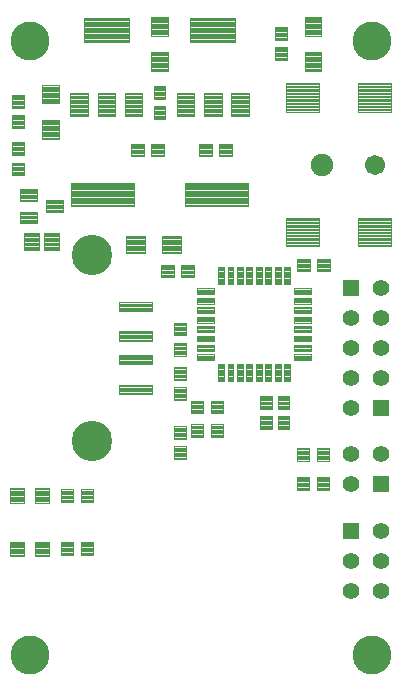
<source format=gts>
G75*
G70*
%OFA0B0*%
%FSLAX24Y24*%
%IPPOS*%
%LPD*%
%AMOC8*
5,1,8,0,0,1.08239X$1,22.5*
%
%ADD10C,0.0040*%
%ADD11C,0.0043*%
%ADD12C,0.1346*%
%ADD13C,0.0043*%
%ADD14C,0.0044*%
%ADD15C,0.0041*%
%ADD16C,0.0041*%
%ADD17C,0.0049*%
%ADD18C,0.0749*%
%ADD19C,0.0670*%
%ADD20C,0.0040*%
%ADD21C,0.0041*%
%ADD22R,0.0555X0.0555*%
%ADD23C,0.0555*%
%ADD24C,0.1300*%
D10*
X010072Y015664D02*
X010268Y015664D01*
X010268Y015094D01*
X010072Y015094D01*
X010072Y015664D01*
X010072Y015133D02*
X010268Y015133D01*
X010268Y015172D02*
X010072Y015172D01*
X010072Y015211D02*
X010268Y015211D01*
X010268Y015250D02*
X010072Y015250D01*
X010072Y015289D02*
X010268Y015289D01*
X010268Y015328D02*
X010072Y015328D01*
X010072Y015367D02*
X010268Y015367D01*
X010268Y015406D02*
X010072Y015406D01*
X010072Y015445D02*
X010268Y015445D01*
X010268Y015484D02*
X010072Y015484D01*
X010072Y015523D02*
X010268Y015523D01*
X010268Y015562D02*
X010072Y015562D01*
X010072Y015601D02*
X010268Y015601D01*
X010268Y015640D02*
X010072Y015640D01*
X009373Y015792D02*
X009373Y015988D01*
X009943Y015988D01*
X009943Y015792D01*
X009373Y015792D01*
X009373Y015831D02*
X009943Y015831D01*
X009943Y015870D02*
X009373Y015870D01*
X009373Y015909D02*
X009943Y015909D01*
X009943Y015948D02*
X009373Y015948D01*
X009373Y015987D02*
X009943Y015987D01*
X009373Y016107D02*
X009373Y016303D01*
X009943Y016303D01*
X009943Y016107D01*
X009373Y016107D01*
X009373Y016146D02*
X009943Y016146D01*
X009943Y016185D02*
X009373Y016185D01*
X009373Y016224D02*
X009943Y016224D01*
X009943Y016263D02*
X009373Y016263D01*
X009373Y016302D02*
X009943Y016302D01*
X009373Y016422D02*
X009373Y016618D01*
X009943Y016618D01*
X009943Y016422D01*
X009373Y016422D01*
X009373Y016461D02*
X009943Y016461D01*
X009943Y016500D02*
X009373Y016500D01*
X009373Y016539D02*
X009943Y016539D01*
X009943Y016578D02*
X009373Y016578D01*
X009373Y016617D02*
X009943Y016617D01*
X009373Y016737D02*
X009373Y016933D01*
X009943Y016933D01*
X009943Y016737D01*
X009373Y016737D01*
X009373Y016776D02*
X009943Y016776D01*
X009943Y016815D02*
X009373Y016815D01*
X009373Y016854D02*
X009943Y016854D01*
X009943Y016893D02*
X009373Y016893D01*
X009373Y016932D02*
X009943Y016932D01*
X009373Y017052D02*
X009373Y017248D01*
X009943Y017248D01*
X009943Y017052D01*
X009373Y017052D01*
X009373Y017091D02*
X009943Y017091D01*
X009943Y017130D02*
X009373Y017130D01*
X009373Y017169D02*
X009943Y017169D01*
X009943Y017208D02*
X009373Y017208D01*
X009373Y017247D02*
X009943Y017247D01*
X009373Y017367D02*
X009373Y017563D01*
X009943Y017563D01*
X009943Y017367D01*
X009373Y017367D01*
X009373Y017406D02*
X009943Y017406D01*
X009943Y017445D02*
X009373Y017445D01*
X009373Y017484D02*
X009943Y017484D01*
X009943Y017523D02*
X009373Y017523D01*
X009373Y017562D02*
X009943Y017562D01*
X009373Y017682D02*
X009373Y017878D01*
X009943Y017878D01*
X009943Y017682D01*
X009373Y017682D01*
X009373Y017721D02*
X009943Y017721D01*
X009943Y017760D02*
X009373Y017760D01*
X009373Y017799D02*
X009943Y017799D01*
X009943Y017838D02*
X009373Y017838D01*
X009373Y017877D02*
X009943Y017877D01*
X009373Y017997D02*
X009373Y018193D01*
X009943Y018193D01*
X009943Y017997D01*
X009373Y017997D01*
X009373Y018036D02*
X009943Y018036D01*
X009943Y018075D02*
X009373Y018075D01*
X009373Y018114D02*
X009943Y018114D01*
X009943Y018153D02*
X009373Y018153D01*
X009373Y018192D02*
X009943Y018192D01*
X010072Y018892D02*
X010268Y018892D01*
X010268Y018322D01*
X010072Y018322D01*
X010072Y018892D01*
X010072Y018361D02*
X010268Y018361D01*
X010268Y018400D02*
X010072Y018400D01*
X010072Y018439D02*
X010268Y018439D01*
X010268Y018478D02*
X010072Y018478D01*
X010072Y018517D02*
X010268Y018517D01*
X010268Y018556D02*
X010072Y018556D01*
X010072Y018595D02*
X010268Y018595D01*
X010268Y018634D02*
X010072Y018634D01*
X010072Y018673D02*
X010268Y018673D01*
X010268Y018712D02*
X010072Y018712D01*
X010072Y018751D02*
X010268Y018751D01*
X010268Y018790D02*
X010072Y018790D01*
X010072Y018829D02*
X010268Y018829D01*
X010268Y018868D02*
X010072Y018868D01*
X010387Y018892D02*
X010583Y018892D01*
X010583Y018322D01*
X010387Y018322D01*
X010387Y018892D01*
X010387Y018361D02*
X010583Y018361D01*
X010583Y018400D02*
X010387Y018400D01*
X010387Y018439D02*
X010583Y018439D01*
X010583Y018478D02*
X010387Y018478D01*
X010387Y018517D02*
X010583Y018517D01*
X010583Y018556D02*
X010387Y018556D01*
X010387Y018595D02*
X010583Y018595D01*
X010583Y018634D02*
X010387Y018634D01*
X010387Y018673D02*
X010583Y018673D01*
X010583Y018712D02*
X010387Y018712D01*
X010387Y018751D02*
X010583Y018751D01*
X010583Y018790D02*
X010387Y018790D01*
X010387Y018829D02*
X010583Y018829D01*
X010583Y018868D02*
X010387Y018868D01*
X010702Y018892D02*
X010898Y018892D01*
X010898Y018322D01*
X010702Y018322D01*
X010702Y018892D01*
X010702Y018361D02*
X010898Y018361D01*
X010898Y018400D02*
X010702Y018400D01*
X010702Y018439D02*
X010898Y018439D01*
X010898Y018478D02*
X010702Y018478D01*
X010702Y018517D02*
X010898Y018517D01*
X010898Y018556D02*
X010702Y018556D01*
X010702Y018595D02*
X010898Y018595D01*
X010898Y018634D02*
X010702Y018634D01*
X010702Y018673D02*
X010898Y018673D01*
X010898Y018712D02*
X010702Y018712D01*
X010702Y018751D02*
X010898Y018751D01*
X010898Y018790D02*
X010702Y018790D01*
X010702Y018829D02*
X010898Y018829D01*
X010898Y018868D02*
X010702Y018868D01*
X011017Y018892D02*
X011213Y018892D01*
X011213Y018322D01*
X011017Y018322D01*
X011017Y018892D01*
X011017Y018361D02*
X011213Y018361D01*
X011213Y018400D02*
X011017Y018400D01*
X011017Y018439D02*
X011213Y018439D01*
X011213Y018478D02*
X011017Y018478D01*
X011017Y018517D02*
X011213Y018517D01*
X011213Y018556D02*
X011017Y018556D01*
X011017Y018595D02*
X011213Y018595D01*
X011213Y018634D02*
X011017Y018634D01*
X011017Y018673D02*
X011213Y018673D01*
X011213Y018712D02*
X011017Y018712D01*
X011017Y018751D02*
X011213Y018751D01*
X011213Y018790D02*
X011017Y018790D01*
X011017Y018829D02*
X011213Y018829D01*
X011213Y018868D02*
X011017Y018868D01*
X011332Y018892D02*
X011528Y018892D01*
X011528Y018322D01*
X011332Y018322D01*
X011332Y018892D01*
X011332Y018361D02*
X011528Y018361D01*
X011528Y018400D02*
X011332Y018400D01*
X011332Y018439D02*
X011528Y018439D01*
X011528Y018478D02*
X011332Y018478D01*
X011332Y018517D02*
X011528Y018517D01*
X011528Y018556D02*
X011332Y018556D01*
X011332Y018595D02*
X011528Y018595D01*
X011528Y018634D02*
X011332Y018634D01*
X011332Y018673D02*
X011528Y018673D01*
X011528Y018712D02*
X011332Y018712D01*
X011332Y018751D02*
X011528Y018751D01*
X011528Y018790D02*
X011332Y018790D01*
X011332Y018829D02*
X011528Y018829D01*
X011528Y018868D02*
X011332Y018868D01*
X011647Y018892D02*
X011843Y018892D01*
X011843Y018322D01*
X011647Y018322D01*
X011647Y018892D01*
X011647Y018361D02*
X011843Y018361D01*
X011843Y018400D02*
X011647Y018400D01*
X011647Y018439D02*
X011843Y018439D01*
X011843Y018478D02*
X011647Y018478D01*
X011647Y018517D02*
X011843Y018517D01*
X011843Y018556D02*
X011647Y018556D01*
X011647Y018595D02*
X011843Y018595D01*
X011843Y018634D02*
X011647Y018634D01*
X011647Y018673D02*
X011843Y018673D01*
X011843Y018712D02*
X011647Y018712D01*
X011647Y018751D02*
X011843Y018751D01*
X011843Y018790D02*
X011647Y018790D01*
X011647Y018829D02*
X011843Y018829D01*
X011843Y018868D02*
X011647Y018868D01*
X011962Y018892D02*
X012158Y018892D01*
X012158Y018322D01*
X011962Y018322D01*
X011962Y018892D01*
X011962Y018361D02*
X012158Y018361D01*
X012158Y018400D02*
X011962Y018400D01*
X011962Y018439D02*
X012158Y018439D01*
X012158Y018478D02*
X011962Y018478D01*
X011962Y018517D02*
X012158Y018517D01*
X012158Y018556D02*
X011962Y018556D01*
X011962Y018595D02*
X012158Y018595D01*
X012158Y018634D02*
X011962Y018634D01*
X011962Y018673D02*
X012158Y018673D01*
X012158Y018712D02*
X011962Y018712D01*
X011962Y018751D02*
X012158Y018751D01*
X012158Y018790D02*
X011962Y018790D01*
X011962Y018829D02*
X012158Y018829D01*
X012158Y018868D02*
X011962Y018868D01*
X012277Y018892D02*
X012473Y018892D01*
X012473Y018322D01*
X012277Y018322D01*
X012277Y018892D01*
X012277Y018361D02*
X012473Y018361D01*
X012473Y018400D02*
X012277Y018400D01*
X012277Y018439D02*
X012473Y018439D01*
X012473Y018478D02*
X012277Y018478D01*
X012277Y018517D02*
X012473Y018517D01*
X012473Y018556D02*
X012277Y018556D01*
X012277Y018595D02*
X012473Y018595D01*
X012473Y018634D02*
X012277Y018634D01*
X012277Y018673D02*
X012473Y018673D01*
X012473Y018712D02*
X012277Y018712D01*
X012277Y018751D02*
X012473Y018751D01*
X012473Y018790D02*
X012277Y018790D01*
X012277Y018829D02*
X012473Y018829D01*
X012473Y018868D02*
X012277Y018868D01*
X012602Y018193D02*
X012602Y017997D01*
X012602Y018193D02*
X013172Y018193D01*
X013172Y017997D01*
X012602Y017997D01*
X012602Y018036D02*
X013172Y018036D01*
X013172Y018075D02*
X012602Y018075D01*
X012602Y018114D02*
X013172Y018114D01*
X013172Y018153D02*
X012602Y018153D01*
X012602Y018192D02*
X013172Y018192D01*
X012602Y017878D02*
X012602Y017682D01*
X012602Y017878D02*
X013172Y017878D01*
X013172Y017682D01*
X012602Y017682D01*
X012602Y017721D02*
X013172Y017721D01*
X013172Y017760D02*
X012602Y017760D01*
X012602Y017799D02*
X013172Y017799D01*
X013172Y017838D02*
X012602Y017838D01*
X012602Y017877D02*
X013172Y017877D01*
X012602Y017563D02*
X012602Y017367D01*
X012602Y017563D02*
X013172Y017563D01*
X013172Y017367D01*
X012602Y017367D01*
X012602Y017406D02*
X013172Y017406D01*
X013172Y017445D02*
X012602Y017445D01*
X012602Y017484D02*
X013172Y017484D01*
X013172Y017523D02*
X012602Y017523D01*
X012602Y017562D02*
X013172Y017562D01*
X012602Y017248D02*
X012602Y017052D01*
X012602Y017248D02*
X013172Y017248D01*
X013172Y017052D01*
X012602Y017052D01*
X012602Y017091D02*
X013172Y017091D01*
X013172Y017130D02*
X012602Y017130D01*
X012602Y017169D02*
X013172Y017169D01*
X013172Y017208D02*
X012602Y017208D01*
X012602Y017247D02*
X013172Y017247D01*
X012602Y016933D02*
X012602Y016737D01*
X012602Y016933D02*
X013172Y016933D01*
X013172Y016737D01*
X012602Y016737D01*
X012602Y016776D02*
X013172Y016776D01*
X013172Y016815D02*
X012602Y016815D01*
X012602Y016854D02*
X013172Y016854D01*
X013172Y016893D02*
X012602Y016893D01*
X012602Y016932D02*
X013172Y016932D01*
X012602Y016618D02*
X012602Y016422D01*
X012602Y016618D02*
X013172Y016618D01*
X013172Y016422D01*
X012602Y016422D01*
X012602Y016461D02*
X013172Y016461D01*
X013172Y016500D02*
X012602Y016500D01*
X012602Y016539D02*
X013172Y016539D01*
X013172Y016578D02*
X012602Y016578D01*
X012602Y016617D02*
X013172Y016617D01*
X012602Y016303D02*
X012602Y016107D01*
X012602Y016303D02*
X013172Y016303D01*
X013172Y016107D01*
X012602Y016107D01*
X012602Y016146D02*
X013172Y016146D01*
X013172Y016185D02*
X012602Y016185D01*
X012602Y016224D02*
X013172Y016224D01*
X013172Y016263D02*
X012602Y016263D01*
X012602Y016302D02*
X013172Y016302D01*
X012602Y015988D02*
X012602Y015792D01*
X012602Y015988D02*
X013172Y015988D01*
X013172Y015792D01*
X012602Y015792D01*
X012602Y015831D02*
X013172Y015831D01*
X013172Y015870D02*
X012602Y015870D01*
X012602Y015909D02*
X013172Y015909D01*
X013172Y015948D02*
X012602Y015948D01*
X012602Y015987D02*
X013172Y015987D01*
X012473Y015664D02*
X012277Y015664D01*
X012473Y015664D02*
X012473Y015094D01*
X012277Y015094D01*
X012277Y015664D01*
X012277Y015133D02*
X012473Y015133D01*
X012473Y015172D02*
X012277Y015172D01*
X012277Y015211D02*
X012473Y015211D01*
X012473Y015250D02*
X012277Y015250D01*
X012277Y015289D02*
X012473Y015289D01*
X012473Y015328D02*
X012277Y015328D01*
X012277Y015367D02*
X012473Y015367D01*
X012473Y015406D02*
X012277Y015406D01*
X012277Y015445D02*
X012473Y015445D01*
X012473Y015484D02*
X012277Y015484D01*
X012277Y015523D02*
X012473Y015523D01*
X012473Y015562D02*
X012277Y015562D01*
X012277Y015601D02*
X012473Y015601D01*
X012473Y015640D02*
X012277Y015640D01*
X012158Y015664D02*
X011962Y015664D01*
X012158Y015664D02*
X012158Y015094D01*
X011962Y015094D01*
X011962Y015664D01*
X011962Y015133D02*
X012158Y015133D01*
X012158Y015172D02*
X011962Y015172D01*
X011962Y015211D02*
X012158Y015211D01*
X012158Y015250D02*
X011962Y015250D01*
X011962Y015289D02*
X012158Y015289D01*
X012158Y015328D02*
X011962Y015328D01*
X011962Y015367D02*
X012158Y015367D01*
X012158Y015406D02*
X011962Y015406D01*
X011962Y015445D02*
X012158Y015445D01*
X012158Y015484D02*
X011962Y015484D01*
X011962Y015523D02*
X012158Y015523D01*
X012158Y015562D02*
X011962Y015562D01*
X011962Y015601D02*
X012158Y015601D01*
X012158Y015640D02*
X011962Y015640D01*
X011843Y015664D02*
X011647Y015664D01*
X011843Y015664D02*
X011843Y015094D01*
X011647Y015094D01*
X011647Y015664D01*
X011647Y015133D02*
X011843Y015133D01*
X011843Y015172D02*
X011647Y015172D01*
X011647Y015211D02*
X011843Y015211D01*
X011843Y015250D02*
X011647Y015250D01*
X011647Y015289D02*
X011843Y015289D01*
X011843Y015328D02*
X011647Y015328D01*
X011647Y015367D02*
X011843Y015367D01*
X011843Y015406D02*
X011647Y015406D01*
X011647Y015445D02*
X011843Y015445D01*
X011843Y015484D02*
X011647Y015484D01*
X011647Y015523D02*
X011843Y015523D01*
X011843Y015562D02*
X011647Y015562D01*
X011647Y015601D02*
X011843Y015601D01*
X011843Y015640D02*
X011647Y015640D01*
X011528Y015664D02*
X011332Y015664D01*
X011528Y015664D02*
X011528Y015094D01*
X011332Y015094D01*
X011332Y015664D01*
X011332Y015133D02*
X011528Y015133D01*
X011528Y015172D02*
X011332Y015172D01*
X011332Y015211D02*
X011528Y015211D01*
X011528Y015250D02*
X011332Y015250D01*
X011332Y015289D02*
X011528Y015289D01*
X011528Y015328D02*
X011332Y015328D01*
X011332Y015367D02*
X011528Y015367D01*
X011528Y015406D02*
X011332Y015406D01*
X011332Y015445D02*
X011528Y015445D01*
X011528Y015484D02*
X011332Y015484D01*
X011332Y015523D02*
X011528Y015523D01*
X011528Y015562D02*
X011332Y015562D01*
X011332Y015601D02*
X011528Y015601D01*
X011528Y015640D02*
X011332Y015640D01*
X011213Y015664D02*
X011017Y015664D01*
X011213Y015664D02*
X011213Y015094D01*
X011017Y015094D01*
X011017Y015664D01*
X011017Y015133D02*
X011213Y015133D01*
X011213Y015172D02*
X011017Y015172D01*
X011017Y015211D02*
X011213Y015211D01*
X011213Y015250D02*
X011017Y015250D01*
X011017Y015289D02*
X011213Y015289D01*
X011213Y015328D02*
X011017Y015328D01*
X011017Y015367D02*
X011213Y015367D01*
X011213Y015406D02*
X011017Y015406D01*
X011017Y015445D02*
X011213Y015445D01*
X011213Y015484D02*
X011017Y015484D01*
X011017Y015523D02*
X011213Y015523D01*
X011213Y015562D02*
X011017Y015562D01*
X011017Y015601D02*
X011213Y015601D01*
X011213Y015640D02*
X011017Y015640D01*
X010898Y015664D02*
X010702Y015664D01*
X010898Y015664D02*
X010898Y015094D01*
X010702Y015094D01*
X010702Y015664D01*
X010702Y015133D02*
X010898Y015133D01*
X010898Y015172D02*
X010702Y015172D01*
X010702Y015211D02*
X010898Y015211D01*
X010898Y015250D02*
X010702Y015250D01*
X010702Y015289D02*
X010898Y015289D01*
X010898Y015328D02*
X010702Y015328D01*
X010702Y015367D02*
X010898Y015367D01*
X010898Y015406D02*
X010702Y015406D01*
X010702Y015445D02*
X010898Y015445D01*
X010898Y015484D02*
X010702Y015484D01*
X010702Y015523D02*
X010898Y015523D01*
X010898Y015562D02*
X010702Y015562D01*
X010702Y015601D02*
X010898Y015601D01*
X010898Y015640D02*
X010702Y015640D01*
X010583Y015664D02*
X010387Y015664D01*
X010583Y015664D02*
X010583Y015094D01*
X010387Y015094D01*
X010387Y015664D01*
X010387Y015133D02*
X010583Y015133D01*
X010583Y015172D02*
X010387Y015172D01*
X010387Y015211D02*
X010583Y015211D01*
X010583Y015250D02*
X010387Y015250D01*
X010387Y015289D02*
X010583Y015289D01*
X010583Y015328D02*
X010387Y015328D01*
X010387Y015367D02*
X010583Y015367D01*
X010583Y015406D02*
X010387Y015406D01*
X010387Y015445D02*
X010583Y015445D01*
X010583Y015484D02*
X010387Y015484D01*
X010387Y015523D02*
X010583Y015523D01*
X010583Y015562D02*
X010387Y015562D01*
X010387Y015601D02*
X010583Y015601D01*
X010583Y015640D02*
X010387Y015640D01*
D11*
X006766Y015656D02*
X006766Y015968D01*
X007874Y015968D01*
X007874Y015656D01*
X006766Y015656D01*
X006766Y015698D02*
X007874Y015698D01*
X007874Y015740D02*
X006766Y015740D01*
X006766Y015782D02*
X007874Y015782D01*
X007874Y015824D02*
X006766Y015824D01*
X006766Y015866D02*
X007874Y015866D01*
X007874Y015908D02*
X006766Y015908D01*
X006766Y015950D02*
X007874Y015950D01*
X006766Y016443D02*
X006766Y016755D01*
X007874Y016755D01*
X007874Y016443D01*
X006766Y016443D01*
X006766Y016485D02*
X007874Y016485D01*
X007874Y016527D02*
X006766Y016527D01*
X006766Y016569D02*
X007874Y016569D01*
X007874Y016611D02*
X006766Y016611D01*
X006766Y016653D02*
X007874Y016653D01*
X007874Y016695D02*
X006766Y016695D01*
X006766Y016737D02*
X007874Y016737D01*
X006766Y017427D02*
X006766Y017739D01*
X007874Y017739D01*
X007874Y017427D01*
X006766Y017427D01*
X006766Y017469D02*
X007874Y017469D01*
X007874Y017511D02*
X006766Y017511D01*
X006766Y017553D02*
X007874Y017553D01*
X007874Y017595D02*
X006766Y017595D01*
X006766Y017637D02*
X007874Y017637D01*
X007874Y017679D02*
X006766Y017679D01*
X006766Y017721D02*
X007874Y017721D01*
X006766Y014983D02*
X006766Y014671D01*
X006766Y014983D02*
X007874Y014983D01*
X007874Y014671D01*
X006766Y014671D01*
X006766Y014713D02*
X007874Y014713D01*
X007874Y014755D02*
X006766Y014755D01*
X006766Y014797D02*
X007874Y014797D01*
X007874Y014839D02*
X006766Y014839D01*
X006766Y014881D02*
X007874Y014881D01*
X007874Y014923D02*
X006766Y014923D01*
X006766Y014965D02*
X007874Y014965D01*
D12*
X005859Y013115D03*
X005859Y019296D03*
D13*
X004345Y020734D02*
X004345Y021126D01*
X004893Y021126D01*
X004893Y020734D01*
X004345Y020734D01*
X004345Y020776D02*
X004893Y020776D01*
X004893Y020818D02*
X004345Y020818D01*
X004345Y020860D02*
X004893Y020860D01*
X004893Y020902D02*
X004345Y020902D01*
X004345Y020944D02*
X004893Y020944D01*
X004893Y020986D02*
X004345Y020986D01*
X004345Y021028D02*
X004893Y021028D01*
X004893Y021070D02*
X004345Y021070D01*
X004345Y021112D02*
X004893Y021112D01*
X003479Y021108D02*
X003479Y021500D01*
X004027Y021500D01*
X004027Y021108D01*
X003479Y021108D01*
X003479Y021150D02*
X004027Y021150D01*
X004027Y021192D02*
X003479Y021192D01*
X003479Y021234D02*
X004027Y021234D01*
X004027Y021276D02*
X003479Y021276D01*
X003479Y021318D02*
X004027Y021318D01*
X004027Y021360D02*
X003479Y021360D01*
X003479Y021402D02*
X004027Y021402D01*
X004027Y021444D02*
X003479Y021444D01*
X003479Y021486D02*
X004027Y021486D01*
X003202Y021955D02*
X003202Y022385D01*
X003594Y022385D01*
X003594Y021955D01*
X003202Y021955D01*
X003202Y021997D02*
X003594Y021997D01*
X003594Y022039D02*
X003202Y022039D01*
X003202Y022081D02*
X003594Y022081D01*
X003594Y022123D02*
X003202Y022123D01*
X003202Y022165D02*
X003594Y022165D01*
X003594Y022207D02*
X003202Y022207D01*
X003202Y022249D02*
X003594Y022249D01*
X003594Y022291D02*
X003202Y022291D01*
X003202Y022333D02*
X003594Y022333D01*
X003594Y022375D02*
X003202Y022375D01*
X003202Y022624D02*
X003202Y023054D01*
X003594Y023054D01*
X003594Y022624D01*
X003202Y022624D01*
X003202Y022666D02*
X003594Y022666D01*
X003594Y022708D02*
X003202Y022708D01*
X003202Y022750D02*
X003594Y022750D01*
X003594Y022792D02*
X003202Y022792D01*
X003202Y022834D02*
X003594Y022834D01*
X003594Y022876D02*
X003202Y022876D01*
X003202Y022918D02*
X003594Y022918D01*
X003594Y022960D02*
X003202Y022960D01*
X003202Y023002D02*
X003594Y023002D01*
X003594Y023044D02*
X003202Y023044D01*
X003594Y023530D02*
X003594Y023960D01*
X003594Y023530D02*
X003202Y023530D01*
X003202Y023960D01*
X003594Y023960D01*
X003594Y023572D02*
X003202Y023572D01*
X003202Y023614D02*
X003594Y023614D01*
X003594Y023656D02*
X003202Y023656D01*
X003202Y023698D02*
X003594Y023698D01*
X003594Y023740D02*
X003202Y023740D01*
X003202Y023782D02*
X003594Y023782D01*
X003594Y023824D02*
X003202Y023824D01*
X003202Y023866D02*
X003594Y023866D01*
X003594Y023908D02*
X003202Y023908D01*
X003202Y023950D02*
X003594Y023950D01*
X003594Y024199D02*
X003594Y024629D01*
X003594Y024199D02*
X003202Y024199D01*
X003202Y024629D01*
X003594Y024629D01*
X003594Y024241D02*
X003202Y024241D01*
X003202Y024283D02*
X003594Y024283D01*
X003594Y024325D02*
X003202Y024325D01*
X003202Y024367D02*
X003594Y024367D01*
X003594Y024409D02*
X003202Y024409D01*
X003202Y024451D02*
X003594Y024451D01*
X003594Y024493D02*
X003202Y024493D01*
X003202Y024535D02*
X003594Y024535D01*
X003594Y024577D02*
X003202Y024577D01*
X003202Y024619D02*
X003594Y024619D01*
X003479Y020752D02*
X003479Y020360D01*
X003479Y020752D02*
X004027Y020752D01*
X004027Y020360D01*
X003479Y020360D01*
X003479Y020402D02*
X004027Y020402D01*
X004027Y020444D02*
X003479Y020444D01*
X003479Y020486D02*
X004027Y020486D01*
X004027Y020528D02*
X003479Y020528D01*
X003479Y020570D02*
X004027Y020570D01*
X004027Y020612D02*
X003479Y020612D01*
X003479Y020654D02*
X004027Y020654D01*
X004027Y020696D02*
X003479Y020696D01*
X003479Y020738D02*
X004027Y020738D01*
X007179Y022604D02*
X007609Y022604D01*
X007179Y022604D02*
X007179Y022996D01*
X007609Y022996D01*
X007609Y022604D01*
X007609Y022646D02*
X007179Y022646D01*
X007179Y022688D02*
X007609Y022688D01*
X007609Y022730D02*
X007179Y022730D01*
X007179Y022772D02*
X007609Y022772D01*
X007609Y022814D02*
X007179Y022814D01*
X007179Y022856D02*
X007609Y022856D01*
X007609Y022898D02*
X007179Y022898D01*
X007179Y022940D02*
X007609Y022940D01*
X007609Y022982D02*
X007179Y022982D01*
X007849Y022604D02*
X008279Y022604D01*
X007849Y022604D02*
X007849Y022996D01*
X008279Y022996D01*
X008279Y022604D01*
X008279Y022646D02*
X007849Y022646D01*
X007849Y022688D02*
X008279Y022688D01*
X008279Y022730D02*
X007849Y022730D01*
X007849Y022772D02*
X008279Y022772D01*
X008279Y022814D02*
X007849Y022814D01*
X007849Y022856D02*
X008279Y022856D01*
X008279Y022898D02*
X007849Y022898D01*
X007849Y022940D02*
X008279Y022940D01*
X008279Y022982D02*
X007849Y022982D01*
X007927Y023825D02*
X007927Y024255D01*
X008319Y024255D01*
X008319Y023825D01*
X007927Y023825D01*
X007927Y023867D02*
X008319Y023867D01*
X008319Y023909D02*
X007927Y023909D01*
X007927Y023951D02*
X008319Y023951D01*
X008319Y023993D02*
X007927Y023993D01*
X007927Y024035D02*
X008319Y024035D01*
X008319Y024077D02*
X007927Y024077D01*
X007927Y024119D02*
X008319Y024119D01*
X008319Y024161D02*
X007927Y024161D01*
X007927Y024203D02*
X008319Y024203D01*
X008319Y024245D02*
X007927Y024245D01*
X007927Y024494D02*
X007927Y024924D01*
X008319Y024924D01*
X008319Y024494D01*
X007927Y024494D01*
X007927Y024536D02*
X008319Y024536D01*
X008319Y024578D02*
X007927Y024578D01*
X007927Y024620D02*
X008319Y024620D01*
X008319Y024662D02*
X007927Y024662D01*
X007927Y024704D02*
X008319Y024704D01*
X008319Y024746D02*
X007927Y024746D01*
X007927Y024788D02*
X008319Y024788D01*
X008319Y024830D02*
X007927Y024830D01*
X007927Y024872D02*
X008319Y024872D01*
X008319Y024914D02*
X007927Y024914D01*
X009443Y022996D02*
X009873Y022996D01*
X009873Y022604D01*
X009443Y022604D01*
X009443Y022996D01*
X009443Y022646D02*
X009873Y022646D01*
X009873Y022688D02*
X009443Y022688D01*
X009443Y022730D02*
X009873Y022730D01*
X009873Y022772D02*
X009443Y022772D01*
X009443Y022814D02*
X009873Y022814D01*
X009873Y022856D02*
X009443Y022856D01*
X009443Y022898D02*
X009873Y022898D01*
X009873Y022940D02*
X009443Y022940D01*
X009443Y022982D02*
X009873Y022982D01*
X010113Y022996D02*
X010543Y022996D01*
X010543Y022604D01*
X010113Y022604D01*
X010113Y022996D01*
X010113Y022646D02*
X010543Y022646D01*
X010543Y022688D02*
X010113Y022688D01*
X010113Y022730D02*
X010543Y022730D01*
X010543Y022772D02*
X010113Y022772D01*
X010113Y022814D02*
X010543Y022814D01*
X010543Y022856D02*
X010113Y022856D01*
X010113Y022898D02*
X010543Y022898D01*
X010543Y022940D02*
X010113Y022940D01*
X010113Y022982D02*
X010543Y022982D01*
X012354Y025794D02*
X012354Y026224D01*
X012354Y025794D02*
X011962Y025794D01*
X011962Y026224D01*
X012354Y026224D01*
X012354Y025836D02*
X011962Y025836D01*
X011962Y025878D02*
X012354Y025878D01*
X012354Y025920D02*
X011962Y025920D01*
X011962Y025962D02*
X012354Y025962D01*
X012354Y026004D02*
X011962Y026004D01*
X011962Y026046D02*
X012354Y026046D01*
X012354Y026088D02*
X011962Y026088D01*
X011962Y026130D02*
X012354Y026130D01*
X012354Y026172D02*
X011962Y026172D01*
X011962Y026214D02*
X012354Y026214D01*
X012354Y026463D02*
X012354Y026893D01*
X012354Y026463D02*
X011962Y026463D01*
X011962Y026893D01*
X012354Y026893D01*
X012354Y026505D02*
X011962Y026505D01*
X011962Y026547D02*
X012354Y026547D01*
X012354Y026589D02*
X011962Y026589D01*
X011962Y026631D02*
X012354Y026631D01*
X012354Y026673D02*
X011962Y026673D01*
X011962Y026715D02*
X012354Y026715D01*
X012354Y026757D02*
X011962Y026757D01*
X011962Y026799D02*
X012354Y026799D01*
X012354Y026841D02*
X011962Y026841D01*
X011962Y026883D02*
X012354Y026883D01*
X012691Y018765D02*
X013121Y018765D01*
X012691Y018765D02*
X012691Y019157D01*
X013121Y019157D01*
X013121Y018765D01*
X013121Y018807D02*
X012691Y018807D01*
X012691Y018849D02*
X013121Y018849D01*
X013121Y018891D02*
X012691Y018891D01*
X012691Y018933D02*
X013121Y018933D01*
X013121Y018975D02*
X012691Y018975D01*
X012691Y019017D02*
X013121Y019017D01*
X013121Y019059D02*
X012691Y019059D01*
X012691Y019101D02*
X013121Y019101D01*
X013121Y019143D02*
X012691Y019143D01*
X013361Y018765D02*
X013791Y018765D01*
X013361Y018765D02*
X013361Y019157D01*
X013791Y019157D01*
X013791Y018765D01*
X013791Y018807D02*
X013361Y018807D01*
X013361Y018849D02*
X013791Y018849D01*
X013791Y018891D02*
X013361Y018891D01*
X013361Y018933D02*
X013791Y018933D01*
X013791Y018975D02*
X013361Y018975D01*
X013361Y019017D02*
X013791Y019017D01*
X013791Y019059D02*
X013361Y019059D01*
X013361Y019101D02*
X013791Y019101D01*
X013791Y019143D02*
X013361Y019143D01*
X012061Y014590D02*
X012061Y014160D01*
X012061Y014590D02*
X012453Y014590D01*
X012453Y014160D01*
X012061Y014160D01*
X012061Y014202D02*
X012453Y014202D01*
X012453Y014244D02*
X012061Y014244D01*
X012061Y014286D02*
X012453Y014286D01*
X012453Y014328D02*
X012061Y014328D01*
X012061Y014370D02*
X012453Y014370D01*
X012453Y014412D02*
X012061Y014412D01*
X012061Y014454D02*
X012453Y014454D01*
X012453Y014496D02*
X012061Y014496D01*
X012061Y014538D02*
X012453Y014538D01*
X012453Y014580D02*
X012061Y014580D01*
X011470Y014590D02*
X011470Y014160D01*
X011470Y014590D02*
X011862Y014590D01*
X011862Y014160D01*
X011470Y014160D01*
X011470Y014202D02*
X011862Y014202D01*
X011862Y014244D02*
X011470Y014244D01*
X011470Y014286D02*
X011862Y014286D01*
X011862Y014328D02*
X011470Y014328D01*
X011470Y014370D02*
X011862Y014370D01*
X011862Y014412D02*
X011470Y014412D01*
X011470Y014454D02*
X011862Y014454D01*
X011862Y014496D02*
X011470Y014496D01*
X011470Y014538D02*
X011862Y014538D01*
X011862Y014580D02*
X011470Y014580D01*
X011470Y013920D02*
X011470Y013490D01*
X011470Y013920D02*
X011862Y013920D01*
X011862Y013490D01*
X011470Y013490D01*
X011470Y013532D02*
X011862Y013532D01*
X011862Y013574D02*
X011470Y013574D01*
X011470Y013616D02*
X011862Y013616D01*
X011862Y013658D02*
X011470Y013658D01*
X011470Y013700D02*
X011862Y013700D01*
X011862Y013742D02*
X011470Y013742D01*
X011470Y013784D02*
X011862Y013784D01*
X011862Y013826D02*
X011470Y013826D01*
X011470Y013868D02*
X011862Y013868D01*
X011862Y013910D02*
X011470Y013910D01*
X012061Y013920D02*
X012061Y013490D01*
X012061Y013920D02*
X012453Y013920D01*
X012453Y013490D01*
X012061Y013490D01*
X012061Y013532D02*
X012453Y013532D01*
X012453Y013574D02*
X012061Y013574D01*
X012061Y013616D02*
X012453Y013616D01*
X012453Y013658D02*
X012061Y013658D01*
X012061Y013700D02*
X012453Y013700D01*
X012453Y013742D02*
X012061Y013742D01*
X012061Y013784D02*
X012453Y013784D01*
X012453Y013826D02*
X012061Y013826D01*
X012061Y013868D02*
X012453Y013868D01*
X012453Y013910D02*
X012061Y013910D01*
X012710Y012447D02*
X013102Y012447D01*
X012710Y012447D02*
X012710Y012877D01*
X013102Y012877D01*
X013102Y012447D01*
X013102Y012489D02*
X012710Y012489D01*
X012710Y012531D02*
X013102Y012531D01*
X013102Y012573D02*
X012710Y012573D01*
X012710Y012615D02*
X013102Y012615D01*
X013102Y012657D02*
X012710Y012657D01*
X012710Y012699D02*
X013102Y012699D01*
X013102Y012741D02*
X012710Y012741D01*
X012710Y012783D02*
X013102Y012783D01*
X013102Y012825D02*
X012710Y012825D01*
X012710Y012867D02*
X013102Y012867D01*
X013380Y012447D02*
X013772Y012447D01*
X013380Y012447D02*
X013380Y012877D01*
X013772Y012877D01*
X013772Y012447D01*
X013772Y012489D02*
X013380Y012489D01*
X013380Y012531D02*
X013772Y012531D01*
X013772Y012573D02*
X013380Y012573D01*
X013380Y012615D02*
X013772Y012615D01*
X013772Y012657D02*
X013380Y012657D01*
X013380Y012699D02*
X013772Y012699D01*
X013772Y012741D02*
X013380Y012741D01*
X013380Y012783D02*
X013772Y012783D01*
X013772Y012825D02*
X013380Y012825D01*
X013380Y012867D02*
X013772Y012867D01*
X013772Y011463D02*
X013380Y011463D01*
X013380Y011893D01*
X013772Y011893D01*
X013772Y011463D01*
X013772Y011505D02*
X013380Y011505D01*
X013380Y011547D02*
X013772Y011547D01*
X013772Y011589D02*
X013380Y011589D01*
X013380Y011631D02*
X013772Y011631D01*
X013772Y011673D02*
X013380Y011673D01*
X013380Y011715D02*
X013772Y011715D01*
X013772Y011757D02*
X013380Y011757D01*
X013380Y011799D02*
X013772Y011799D01*
X013772Y011841D02*
X013380Y011841D01*
X013380Y011883D02*
X013772Y011883D01*
X013102Y011463D02*
X012710Y011463D01*
X012710Y011893D01*
X013102Y011893D01*
X013102Y011463D01*
X013102Y011505D02*
X012710Y011505D01*
X012710Y011547D02*
X013102Y011547D01*
X013102Y011589D02*
X012710Y011589D01*
X012710Y011631D02*
X013102Y011631D01*
X013102Y011673D02*
X012710Y011673D01*
X012710Y011715D02*
X013102Y011715D01*
X013102Y011757D02*
X012710Y011757D01*
X012710Y011799D02*
X013102Y011799D01*
X013102Y011841D02*
X012710Y011841D01*
X012710Y011883D02*
X013102Y011883D01*
X010228Y013664D02*
X009836Y013664D01*
X010228Y013664D02*
X010228Y013234D01*
X009836Y013234D01*
X009836Y013664D01*
X009836Y013276D02*
X010228Y013276D01*
X010228Y013318D02*
X009836Y013318D01*
X009836Y013360D02*
X010228Y013360D01*
X010228Y013402D02*
X009836Y013402D01*
X009836Y013444D02*
X010228Y013444D01*
X010228Y013486D02*
X009836Y013486D01*
X009836Y013528D02*
X010228Y013528D01*
X010228Y013570D02*
X009836Y013570D01*
X009836Y013612D02*
X010228Y013612D01*
X010228Y013654D02*
X009836Y013654D01*
X009836Y014452D02*
X010228Y014452D01*
X010228Y014022D01*
X009836Y014022D01*
X009836Y014452D01*
X009836Y014064D02*
X010228Y014064D01*
X010228Y014106D02*
X009836Y014106D01*
X009836Y014148D02*
X010228Y014148D01*
X010228Y014190D02*
X009836Y014190D01*
X009836Y014232D02*
X010228Y014232D01*
X010228Y014274D02*
X009836Y014274D01*
X009836Y014316D02*
X010228Y014316D01*
X010228Y014358D02*
X009836Y014358D01*
X009836Y014400D02*
X010228Y014400D01*
X010228Y014442D02*
X009836Y014442D01*
X009559Y014452D02*
X009167Y014452D01*
X009559Y014452D02*
X009559Y014022D01*
X009167Y014022D01*
X009167Y014452D01*
X009167Y014064D02*
X009559Y014064D01*
X009559Y014106D02*
X009167Y014106D01*
X009167Y014148D02*
X009559Y014148D01*
X009559Y014190D02*
X009167Y014190D01*
X009167Y014232D02*
X009559Y014232D01*
X009559Y014274D02*
X009167Y014274D01*
X009167Y014316D02*
X009559Y014316D01*
X009559Y014358D02*
X009167Y014358D01*
X009167Y014400D02*
X009559Y014400D01*
X009559Y014442D02*
X009167Y014442D01*
X009008Y014475D02*
X009008Y014905D01*
X009008Y014475D02*
X008616Y014475D01*
X008616Y014905D01*
X009008Y014905D01*
X009008Y014517D02*
X008616Y014517D01*
X008616Y014559D02*
X009008Y014559D01*
X009008Y014601D02*
X008616Y014601D01*
X008616Y014643D02*
X009008Y014643D01*
X009008Y014685D02*
X008616Y014685D01*
X008616Y014727D02*
X009008Y014727D01*
X009008Y014769D02*
X008616Y014769D01*
X008616Y014811D02*
X009008Y014811D01*
X009008Y014853D02*
X008616Y014853D01*
X008616Y014895D02*
X009008Y014895D01*
X009008Y015144D02*
X009008Y015574D01*
X009008Y015144D02*
X008616Y015144D01*
X008616Y015574D01*
X009008Y015574D01*
X009008Y015186D02*
X008616Y015186D01*
X008616Y015228D02*
X009008Y015228D01*
X009008Y015270D02*
X008616Y015270D01*
X008616Y015312D02*
X009008Y015312D01*
X009008Y015354D02*
X008616Y015354D01*
X008616Y015396D02*
X009008Y015396D01*
X009008Y015438D02*
X008616Y015438D01*
X008616Y015480D02*
X009008Y015480D01*
X009008Y015522D02*
X008616Y015522D01*
X008616Y015564D02*
X009008Y015564D01*
X008616Y015951D02*
X008616Y016381D01*
X009008Y016381D01*
X009008Y015951D01*
X008616Y015951D01*
X008616Y015993D02*
X009008Y015993D01*
X009008Y016035D02*
X008616Y016035D01*
X008616Y016077D02*
X009008Y016077D01*
X009008Y016119D02*
X008616Y016119D01*
X008616Y016161D02*
X009008Y016161D01*
X009008Y016203D02*
X008616Y016203D01*
X008616Y016245D02*
X009008Y016245D01*
X009008Y016287D02*
X008616Y016287D01*
X008616Y016329D02*
X009008Y016329D01*
X009008Y016371D02*
X008616Y016371D01*
X008616Y016620D02*
X008616Y017050D01*
X009008Y017050D01*
X009008Y016620D01*
X008616Y016620D01*
X008616Y016662D02*
X009008Y016662D01*
X009008Y016704D02*
X008616Y016704D01*
X008616Y016746D02*
X009008Y016746D01*
X009008Y016788D02*
X008616Y016788D01*
X008616Y016830D02*
X009008Y016830D01*
X009008Y016872D02*
X008616Y016872D01*
X008616Y016914D02*
X009008Y016914D01*
X009008Y016956D02*
X008616Y016956D01*
X008616Y016998D02*
X009008Y016998D01*
X009008Y017040D02*
X008616Y017040D01*
X008594Y018960D02*
X008164Y018960D01*
X008594Y018960D02*
X008594Y018568D01*
X008164Y018568D01*
X008164Y018960D01*
X008164Y018610D02*
X008594Y018610D01*
X008594Y018652D02*
X008164Y018652D01*
X008164Y018694D02*
X008594Y018694D01*
X008594Y018736D02*
X008164Y018736D01*
X008164Y018778D02*
X008594Y018778D01*
X008594Y018820D02*
X008164Y018820D01*
X008164Y018862D02*
X008594Y018862D01*
X008594Y018904D02*
X008164Y018904D01*
X008164Y018946D02*
X008594Y018946D01*
X008833Y018960D02*
X009263Y018960D01*
X009263Y018568D01*
X008833Y018568D01*
X008833Y018960D01*
X008833Y018610D02*
X009263Y018610D01*
X009263Y018652D02*
X008833Y018652D01*
X008833Y018694D02*
X009263Y018694D01*
X009263Y018736D02*
X008833Y018736D01*
X008833Y018778D02*
X009263Y018778D01*
X009263Y018820D02*
X008833Y018820D01*
X008833Y018862D02*
X009263Y018862D01*
X009263Y018904D02*
X008833Y018904D01*
X008833Y018946D02*
X009263Y018946D01*
X009167Y013664D02*
X009559Y013664D01*
X009559Y013234D01*
X009167Y013234D01*
X009167Y013664D01*
X009167Y013276D02*
X009559Y013276D01*
X009559Y013318D02*
X009167Y013318D01*
X009167Y013360D02*
X009559Y013360D01*
X009559Y013402D02*
X009167Y013402D01*
X009167Y013444D02*
X009559Y013444D01*
X009559Y013486D02*
X009167Y013486D01*
X009167Y013528D02*
X009559Y013528D01*
X009559Y013570D02*
X009167Y013570D01*
X009167Y013612D02*
X009559Y013612D01*
X009559Y013654D02*
X009167Y013654D01*
X008616Y013605D02*
X008616Y013175D01*
X008616Y013605D02*
X009008Y013605D01*
X009008Y013175D01*
X008616Y013175D01*
X008616Y013217D02*
X009008Y013217D01*
X009008Y013259D02*
X008616Y013259D01*
X008616Y013301D02*
X009008Y013301D01*
X009008Y013343D02*
X008616Y013343D01*
X008616Y013385D02*
X009008Y013385D01*
X009008Y013427D02*
X008616Y013427D01*
X008616Y013469D02*
X009008Y013469D01*
X009008Y013511D02*
X008616Y013511D01*
X008616Y013553D02*
X009008Y013553D01*
X009008Y013595D02*
X008616Y013595D01*
X008616Y012936D02*
X008616Y012506D01*
X008616Y012936D02*
X009008Y012936D01*
X009008Y012506D01*
X008616Y012506D01*
X008616Y012548D02*
X009008Y012548D01*
X009008Y012590D02*
X008616Y012590D01*
X008616Y012632D02*
X009008Y012632D01*
X009008Y012674D02*
X008616Y012674D01*
X008616Y012716D02*
X009008Y012716D01*
X009008Y012758D02*
X008616Y012758D01*
X008616Y012800D02*
X009008Y012800D01*
X009008Y012842D02*
X008616Y012842D01*
X008616Y012884D02*
X009008Y012884D01*
X009008Y012926D02*
X008616Y012926D01*
X005898Y011069D02*
X005506Y011069D01*
X005506Y011499D01*
X005898Y011499D01*
X005898Y011069D01*
X005898Y011111D02*
X005506Y011111D01*
X005506Y011153D02*
X005898Y011153D01*
X005898Y011195D02*
X005506Y011195D01*
X005506Y011237D02*
X005898Y011237D01*
X005898Y011279D02*
X005506Y011279D01*
X005506Y011321D02*
X005898Y011321D01*
X005898Y011363D02*
X005506Y011363D01*
X005506Y011405D02*
X005898Y011405D01*
X005898Y011447D02*
X005506Y011447D01*
X005506Y011489D02*
X005898Y011489D01*
X005228Y011069D02*
X004836Y011069D01*
X004836Y011499D01*
X005228Y011499D01*
X005228Y011069D01*
X005228Y011111D02*
X004836Y011111D01*
X004836Y011153D02*
X005228Y011153D01*
X005228Y011195D02*
X004836Y011195D01*
X004836Y011237D02*
X005228Y011237D01*
X005228Y011279D02*
X004836Y011279D01*
X004836Y011321D02*
X005228Y011321D01*
X005228Y011363D02*
X004836Y011363D01*
X004836Y011405D02*
X005228Y011405D01*
X005228Y011447D02*
X004836Y011447D01*
X004836Y011489D02*
X005228Y011489D01*
X005228Y009297D02*
X004836Y009297D01*
X004836Y009727D01*
X005228Y009727D01*
X005228Y009297D01*
X005228Y009339D02*
X004836Y009339D01*
X004836Y009381D02*
X005228Y009381D01*
X005228Y009423D02*
X004836Y009423D01*
X004836Y009465D02*
X005228Y009465D01*
X005228Y009507D02*
X004836Y009507D01*
X004836Y009549D02*
X005228Y009549D01*
X005228Y009591D02*
X004836Y009591D01*
X004836Y009633D02*
X005228Y009633D01*
X005228Y009675D02*
X004836Y009675D01*
X004836Y009717D02*
X005228Y009717D01*
X005506Y009297D02*
X005898Y009297D01*
X005506Y009297D02*
X005506Y009727D01*
X005898Y009727D01*
X005898Y009297D01*
X005898Y009339D02*
X005506Y009339D01*
X005506Y009381D02*
X005898Y009381D01*
X005898Y009423D02*
X005506Y009423D01*
X005506Y009465D02*
X005898Y009465D01*
X005898Y009507D02*
X005506Y009507D01*
X005506Y009549D02*
X005898Y009549D01*
X005898Y009591D02*
X005506Y009591D01*
X005506Y009633D02*
X005898Y009633D01*
X005898Y009675D02*
X005506Y009675D01*
X005506Y009717D02*
X005898Y009717D01*
D14*
X004774Y019456D02*
X004266Y019456D01*
X004266Y020042D01*
X004774Y020042D01*
X004774Y019456D01*
X004774Y019499D02*
X004266Y019499D01*
X004266Y019542D02*
X004774Y019542D01*
X004774Y019585D02*
X004266Y019585D01*
X004266Y019628D02*
X004774Y019628D01*
X004774Y019671D02*
X004266Y019671D01*
X004266Y019714D02*
X004774Y019714D01*
X004774Y019757D02*
X004266Y019757D01*
X004266Y019800D02*
X004774Y019800D01*
X004774Y019843D02*
X004266Y019843D01*
X004266Y019886D02*
X004774Y019886D01*
X004774Y019929D02*
X004266Y019929D01*
X004266Y019972D02*
X004774Y019972D01*
X004774Y020015D02*
X004266Y020015D01*
X004105Y019456D02*
X003597Y019456D01*
X003597Y020042D01*
X004105Y020042D01*
X004105Y019456D01*
X004105Y019499D02*
X003597Y019499D01*
X003597Y019542D02*
X004105Y019542D01*
X004105Y019585D02*
X003597Y019585D01*
X003597Y019628D02*
X004105Y019628D01*
X004105Y019671D02*
X003597Y019671D01*
X003597Y019714D02*
X004105Y019714D01*
X004105Y019757D02*
X003597Y019757D01*
X003597Y019800D02*
X004105Y019800D01*
X004105Y019843D02*
X003597Y019843D01*
X003597Y019886D02*
X004105Y019886D01*
X004105Y019929D02*
X003597Y019929D01*
X003597Y019972D02*
X004105Y019972D01*
X004105Y020015D02*
X003597Y020015D01*
X005153Y023925D02*
X005739Y023925D01*
X005153Y023925D02*
X005153Y024707D01*
X005739Y024707D01*
X005739Y023925D01*
X005739Y023968D02*
X005153Y023968D01*
X005153Y024011D02*
X005739Y024011D01*
X005739Y024054D02*
X005153Y024054D01*
X005153Y024097D02*
X005739Y024097D01*
X005739Y024140D02*
X005153Y024140D01*
X005153Y024183D02*
X005739Y024183D01*
X005739Y024226D02*
X005153Y024226D01*
X005153Y024269D02*
X005739Y024269D01*
X005739Y024312D02*
X005153Y024312D01*
X005153Y024355D02*
X005739Y024355D01*
X005739Y024398D02*
X005153Y024398D01*
X005153Y024441D02*
X005739Y024441D01*
X005739Y024484D02*
X005153Y024484D01*
X005153Y024527D02*
X005739Y024527D01*
X005739Y024570D02*
X005153Y024570D01*
X005153Y024613D02*
X005739Y024613D01*
X005739Y024656D02*
X005153Y024656D01*
X005153Y024699D02*
X005739Y024699D01*
X006058Y023925D02*
X006644Y023925D01*
X006058Y023925D02*
X006058Y024707D01*
X006644Y024707D01*
X006644Y023925D01*
X006644Y023968D02*
X006058Y023968D01*
X006058Y024011D02*
X006644Y024011D01*
X006644Y024054D02*
X006058Y024054D01*
X006058Y024097D02*
X006644Y024097D01*
X006644Y024140D02*
X006058Y024140D01*
X006058Y024183D02*
X006644Y024183D01*
X006644Y024226D02*
X006058Y024226D01*
X006058Y024269D02*
X006644Y024269D01*
X006644Y024312D02*
X006058Y024312D01*
X006058Y024355D02*
X006644Y024355D01*
X006644Y024398D02*
X006058Y024398D01*
X006058Y024441D02*
X006644Y024441D01*
X006644Y024484D02*
X006058Y024484D01*
X006058Y024527D02*
X006644Y024527D01*
X006644Y024570D02*
X006058Y024570D01*
X006058Y024613D02*
X006644Y024613D01*
X006644Y024656D02*
X006058Y024656D01*
X006058Y024699D02*
X006644Y024699D01*
X006964Y023925D02*
X007550Y023925D01*
X006964Y023925D02*
X006964Y024707D01*
X007550Y024707D01*
X007550Y023925D01*
X007550Y023968D02*
X006964Y023968D01*
X006964Y024011D02*
X007550Y024011D01*
X007550Y024054D02*
X006964Y024054D01*
X006964Y024097D02*
X007550Y024097D01*
X007550Y024140D02*
X006964Y024140D01*
X006964Y024183D02*
X007550Y024183D01*
X007550Y024226D02*
X006964Y024226D01*
X006964Y024269D02*
X007550Y024269D01*
X007550Y024312D02*
X006964Y024312D01*
X006964Y024355D02*
X007550Y024355D01*
X007550Y024398D02*
X006964Y024398D01*
X006964Y024441D02*
X007550Y024441D01*
X007550Y024484D02*
X006964Y024484D01*
X006964Y024527D02*
X007550Y024527D01*
X007550Y024570D02*
X006964Y024570D01*
X006964Y024613D02*
X007550Y024613D01*
X007550Y024656D02*
X006964Y024656D01*
X006964Y024699D02*
X007550Y024699D01*
X008696Y023925D02*
X009282Y023925D01*
X008696Y023925D02*
X008696Y024707D01*
X009282Y024707D01*
X009282Y023925D01*
X009282Y023968D02*
X008696Y023968D01*
X008696Y024011D02*
X009282Y024011D01*
X009282Y024054D02*
X008696Y024054D01*
X008696Y024097D02*
X009282Y024097D01*
X009282Y024140D02*
X008696Y024140D01*
X008696Y024183D02*
X009282Y024183D01*
X009282Y024226D02*
X008696Y024226D01*
X008696Y024269D02*
X009282Y024269D01*
X009282Y024312D02*
X008696Y024312D01*
X008696Y024355D02*
X009282Y024355D01*
X009282Y024398D02*
X008696Y024398D01*
X008696Y024441D02*
X009282Y024441D01*
X009282Y024484D02*
X008696Y024484D01*
X008696Y024527D02*
X009282Y024527D01*
X009282Y024570D02*
X008696Y024570D01*
X008696Y024613D02*
X009282Y024613D01*
X009282Y024656D02*
X008696Y024656D01*
X008696Y024699D02*
X009282Y024699D01*
X009601Y023925D02*
X010187Y023925D01*
X009601Y023925D02*
X009601Y024707D01*
X010187Y024707D01*
X010187Y023925D01*
X010187Y023968D02*
X009601Y023968D01*
X009601Y024011D02*
X010187Y024011D01*
X010187Y024054D02*
X009601Y024054D01*
X009601Y024097D02*
X010187Y024097D01*
X010187Y024140D02*
X009601Y024140D01*
X009601Y024183D02*
X010187Y024183D01*
X010187Y024226D02*
X009601Y024226D01*
X009601Y024269D02*
X010187Y024269D01*
X010187Y024312D02*
X009601Y024312D01*
X009601Y024355D02*
X010187Y024355D01*
X010187Y024398D02*
X009601Y024398D01*
X009601Y024441D02*
X010187Y024441D01*
X010187Y024484D02*
X009601Y024484D01*
X009601Y024527D02*
X010187Y024527D01*
X010187Y024570D02*
X009601Y024570D01*
X009601Y024613D02*
X010187Y024613D01*
X010187Y024656D02*
X009601Y024656D01*
X009601Y024699D02*
X010187Y024699D01*
X010507Y023925D02*
X011093Y023925D01*
X010507Y023925D02*
X010507Y024707D01*
X011093Y024707D01*
X011093Y023925D01*
X011093Y023968D02*
X010507Y023968D01*
X010507Y024011D02*
X011093Y024011D01*
X011093Y024054D02*
X010507Y024054D01*
X010507Y024097D02*
X011093Y024097D01*
X011093Y024140D02*
X010507Y024140D01*
X010507Y024183D02*
X011093Y024183D01*
X011093Y024226D02*
X010507Y024226D01*
X010507Y024269D02*
X011093Y024269D01*
X011093Y024312D02*
X010507Y024312D01*
X010507Y024355D02*
X011093Y024355D01*
X011093Y024398D02*
X010507Y024398D01*
X010507Y024441D02*
X011093Y024441D01*
X011093Y024484D02*
X010507Y024484D01*
X010507Y024527D02*
X011093Y024527D01*
X011093Y024570D02*
X010507Y024570D01*
X010507Y024613D02*
X011093Y024613D01*
X011093Y024656D02*
X010507Y024656D01*
X010507Y024699D02*
X011093Y024699D01*
D15*
X010642Y026403D02*
X009146Y026403D01*
X009146Y027189D01*
X010642Y027189D01*
X010642Y026403D01*
X010642Y026443D02*
X009146Y026443D01*
X009146Y026483D02*
X010642Y026483D01*
X010642Y026523D02*
X009146Y026523D01*
X009146Y026563D02*
X010642Y026563D01*
X010642Y026603D02*
X009146Y026603D01*
X009146Y026643D02*
X010642Y026643D01*
X010642Y026683D02*
X009146Y026683D01*
X009146Y026723D02*
X010642Y026723D01*
X010642Y026763D02*
X009146Y026763D01*
X009146Y026803D02*
X010642Y026803D01*
X010642Y026843D02*
X009146Y026843D01*
X009146Y026883D02*
X010642Y026883D01*
X010642Y026923D02*
X009146Y026923D01*
X009146Y026963D02*
X010642Y026963D01*
X010642Y027003D02*
X009146Y027003D01*
X009146Y027043D02*
X010642Y027043D01*
X010642Y027083D02*
X009146Y027083D01*
X009146Y027123D02*
X010642Y027123D01*
X010642Y027163D02*
X009146Y027163D01*
X007099Y026403D02*
X005603Y026403D01*
X005603Y027189D01*
X007099Y027189D01*
X007099Y026403D01*
X007099Y026443D02*
X005603Y026443D01*
X005603Y026483D02*
X007099Y026483D01*
X007099Y026523D02*
X005603Y026523D01*
X005603Y026563D02*
X007099Y026563D01*
X007099Y026603D02*
X005603Y026603D01*
X005603Y026643D02*
X007099Y026643D01*
X007099Y026683D02*
X005603Y026683D01*
X005603Y026723D02*
X007099Y026723D01*
X007099Y026763D02*
X005603Y026763D01*
X005603Y026803D02*
X007099Y026803D01*
X007099Y026843D02*
X005603Y026843D01*
X005603Y026883D02*
X007099Y026883D01*
X007099Y026923D02*
X005603Y026923D01*
X005603Y026963D02*
X007099Y026963D01*
X007099Y027003D02*
X005603Y027003D01*
X005603Y027043D02*
X007099Y027043D01*
X007099Y027083D02*
X005603Y027083D01*
X005603Y027123D02*
X007099Y027123D01*
X007099Y027163D02*
X005603Y027163D01*
D16*
X004206Y024985D02*
X004206Y024355D01*
X004206Y024985D02*
X004756Y024985D01*
X004756Y024355D01*
X004206Y024355D01*
X004206Y024395D02*
X004756Y024395D01*
X004756Y024435D02*
X004206Y024435D01*
X004206Y024475D02*
X004756Y024475D01*
X004756Y024515D02*
X004206Y024515D01*
X004206Y024555D02*
X004756Y024555D01*
X004756Y024595D02*
X004206Y024595D01*
X004206Y024635D02*
X004756Y024635D01*
X004756Y024675D02*
X004206Y024675D01*
X004206Y024715D02*
X004756Y024715D01*
X004756Y024755D02*
X004206Y024755D01*
X004206Y024795D02*
X004756Y024795D01*
X004756Y024835D02*
X004206Y024835D01*
X004206Y024875D02*
X004756Y024875D01*
X004756Y024915D02*
X004206Y024915D01*
X004206Y024955D02*
X004756Y024955D01*
X004756Y023804D02*
X004756Y023174D01*
X004206Y023174D01*
X004206Y023804D01*
X004756Y023804D01*
X004756Y023214D02*
X004206Y023214D01*
X004206Y023254D02*
X004756Y023254D01*
X004756Y023294D02*
X004206Y023294D01*
X004206Y023334D02*
X004756Y023334D01*
X004756Y023374D02*
X004206Y023374D01*
X004206Y023414D02*
X004756Y023414D01*
X004756Y023454D02*
X004206Y023454D01*
X004206Y023494D02*
X004756Y023494D01*
X004756Y023534D02*
X004206Y023534D01*
X004206Y023574D02*
X004756Y023574D01*
X004756Y023614D02*
X004206Y023614D01*
X004206Y023654D02*
X004756Y023654D01*
X004756Y023694D02*
X004206Y023694D01*
X004206Y023734D02*
X004756Y023734D01*
X004756Y023774D02*
X004206Y023774D01*
X007020Y019375D02*
X007650Y019375D01*
X007020Y019375D02*
X007020Y019925D01*
X007650Y019925D01*
X007650Y019375D01*
X007650Y019415D02*
X007020Y019415D01*
X007020Y019455D02*
X007650Y019455D01*
X007650Y019495D02*
X007020Y019495D01*
X007020Y019535D02*
X007650Y019535D01*
X007650Y019575D02*
X007020Y019575D01*
X007020Y019615D02*
X007650Y019615D01*
X007650Y019655D02*
X007020Y019655D01*
X007020Y019695D02*
X007650Y019695D01*
X007650Y019735D02*
X007020Y019735D01*
X007020Y019775D02*
X007650Y019775D01*
X007650Y019815D02*
X007020Y019815D01*
X007020Y019855D02*
X007650Y019855D01*
X007650Y019895D02*
X007020Y019895D01*
X008202Y019925D02*
X008832Y019925D01*
X008832Y019375D01*
X008202Y019375D01*
X008202Y019925D01*
X008202Y019415D02*
X008832Y019415D01*
X008832Y019455D02*
X008202Y019455D01*
X008202Y019495D02*
X008832Y019495D01*
X008832Y019535D02*
X008202Y019535D01*
X008202Y019575D02*
X008832Y019575D01*
X008832Y019615D02*
X008202Y019615D01*
X008202Y019655D02*
X008832Y019655D01*
X008832Y019695D02*
X008202Y019695D01*
X008202Y019735D02*
X008832Y019735D01*
X008832Y019775D02*
X008202Y019775D01*
X008202Y019815D02*
X008832Y019815D01*
X008832Y019855D02*
X008202Y019855D01*
X008202Y019895D02*
X008832Y019895D01*
X008398Y025438D02*
X008398Y026068D01*
X008398Y025438D02*
X007848Y025438D01*
X007848Y026068D01*
X008398Y026068D01*
X008398Y025478D02*
X007848Y025478D01*
X007848Y025518D02*
X008398Y025518D01*
X008398Y025558D02*
X007848Y025558D01*
X007848Y025598D02*
X008398Y025598D01*
X008398Y025638D02*
X007848Y025638D01*
X007848Y025678D02*
X008398Y025678D01*
X008398Y025718D02*
X007848Y025718D01*
X007848Y025758D02*
X008398Y025758D01*
X008398Y025798D02*
X007848Y025798D01*
X007848Y025838D02*
X008398Y025838D01*
X008398Y025878D02*
X007848Y025878D01*
X007848Y025918D02*
X008398Y025918D01*
X008398Y025958D02*
X007848Y025958D01*
X007848Y025998D02*
X008398Y025998D01*
X008398Y026038D02*
X007848Y026038D01*
X007848Y026619D02*
X007848Y027249D01*
X008398Y027249D01*
X008398Y026619D01*
X007848Y026619D01*
X007848Y026659D02*
X008398Y026659D01*
X008398Y026699D02*
X007848Y026699D01*
X007848Y026739D02*
X008398Y026739D01*
X008398Y026779D02*
X007848Y026779D01*
X007848Y026819D02*
X008398Y026819D01*
X008398Y026859D02*
X007848Y026859D01*
X007848Y026899D02*
X008398Y026899D01*
X008398Y026939D02*
X007848Y026939D01*
X007848Y026979D02*
X008398Y026979D01*
X008398Y027019D02*
X007848Y027019D01*
X007848Y027059D02*
X008398Y027059D01*
X008398Y027099D02*
X007848Y027099D01*
X007848Y027139D02*
X008398Y027139D01*
X008398Y027179D02*
X007848Y027179D01*
X007848Y027219D02*
X008398Y027219D01*
X012966Y027249D02*
X012966Y026619D01*
X012966Y027249D02*
X013516Y027249D01*
X013516Y026619D01*
X012966Y026619D01*
X012966Y026659D02*
X013516Y026659D01*
X013516Y026699D02*
X012966Y026699D01*
X012966Y026739D02*
X013516Y026739D01*
X013516Y026779D02*
X012966Y026779D01*
X012966Y026819D02*
X013516Y026819D01*
X013516Y026859D02*
X012966Y026859D01*
X012966Y026899D02*
X013516Y026899D01*
X013516Y026939D02*
X012966Y026939D01*
X012966Y026979D02*
X013516Y026979D01*
X013516Y027019D02*
X012966Y027019D01*
X012966Y027059D02*
X013516Y027059D01*
X013516Y027099D02*
X012966Y027099D01*
X012966Y027139D02*
X013516Y027139D01*
X013516Y027179D02*
X012966Y027179D01*
X012966Y027219D02*
X013516Y027219D01*
X013516Y026068D02*
X013516Y025438D01*
X012966Y025438D01*
X012966Y026068D01*
X013516Y026068D01*
X013516Y025478D02*
X012966Y025478D01*
X012966Y025518D02*
X013516Y025518D01*
X013516Y025558D02*
X012966Y025558D01*
X012966Y025598D02*
X013516Y025598D01*
X013516Y025638D02*
X012966Y025638D01*
X012966Y025678D02*
X013516Y025678D01*
X013516Y025718D02*
X012966Y025718D01*
X012966Y025758D02*
X013516Y025758D01*
X013516Y025798D02*
X012966Y025798D01*
X012966Y025838D02*
X013516Y025838D01*
X013516Y025878D02*
X012966Y025878D01*
X012966Y025918D02*
X013516Y025918D01*
X013516Y025958D02*
X012966Y025958D01*
X012966Y025998D02*
X013516Y025998D01*
X013516Y026038D02*
X012966Y026038D01*
D17*
X013443Y025020D02*
X013443Y024084D01*
X012349Y024084D01*
X012349Y025020D01*
X013443Y025020D01*
X013443Y024132D02*
X012349Y024132D01*
X012349Y024180D02*
X013443Y024180D01*
X013443Y024228D02*
X012349Y024228D01*
X012349Y024276D02*
X013443Y024276D01*
X013443Y024324D02*
X012349Y024324D01*
X012349Y024372D02*
X013443Y024372D01*
X013443Y024420D02*
X012349Y024420D01*
X012349Y024468D02*
X013443Y024468D01*
X013443Y024516D02*
X012349Y024516D01*
X012349Y024564D02*
X013443Y024564D01*
X013443Y024612D02*
X012349Y024612D01*
X012349Y024660D02*
X013443Y024660D01*
X013443Y024708D02*
X012349Y024708D01*
X012349Y024756D02*
X013443Y024756D01*
X013443Y024804D02*
X012349Y024804D01*
X012349Y024852D02*
X013443Y024852D01*
X013443Y024900D02*
X012349Y024900D01*
X012349Y024948D02*
X013443Y024948D01*
X013443Y024996D02*
X012349Y024996D01*
X015845Y025020D02*
X015845Y024084D01*
X014751Y024084D01*
X014751Y025020D01*
X015845Y025020D01*
X015845Y024132D02*
X014751Y024132D01*
X014751Y024180D02*
X015845Y024180D01*
X015845Y024228D02*
X014751Y024228D01*
X014751Y024276D02*
X015845Y024276D01*
X015845Y024324D02*
X014751Y024324D01*
X014751Y024372D02*
X015845Y024372D01*
X015845Y024420D02*
X014751Y024420D01*
X014751Y024468D02*
X015845Y024468D01*
X015845Y024516D02*
X014751Y024516D01*
X014751Y024564D02*
X015845Y024564D01*
X015845Y024612D02*
X014751Y024612D01*
X014751Y024660D02*
X015845Y024660D01*
X015845Y024708D02*
X014751Y024708D01*
X014751Y024756D02*
X015845Y024756D01*
X015845Y024804D02*
X014751Y024804D01*
X014751Y024852D02*
X015845Y024852D01*
X015845Y024900D02*
X014751Y024900D01*
X014751Y024948D02*
X015845Y024948D01*
X015845Y024996D02*
X014751Y024996D01*
X015845Y020532D02*
X015845Y019596D01*
X014751Y019596D01*
X014751Y020532D01*
X015845Y020532D01*
X015845Y019644D02*
X014751Y019644D01*
X014751Y019692D02*
X015845Y019692D01*
X015845Y019740D02*
X014751Y019740D01*
X014751Y019788D02*
X015845Y019788D01*
X015845Y019836D02*
X014751Y019836D01*
X014751Y019884D02*
X015845Y019884D01*
X015845Y019932D02*
X014751Y019932D01*
X014751Y019980D02*
X015845Y019980D01*
X015845Y020028D02*
X014751Y020028D01*
X014751Y020076D02*
X015845Y020076D01*
X015845Y020124D02*
X014751Y020124D01*
X014751Y020172D02*
X015845Y020172D01*
X015845Y020220D02*
X014751Y020220D01*
X014751Y020268D02*
X015845Y020268D01*
X015845Y020316D02*
X014751Y020316D01*
X014751Y020364D02*
X015845Y020364D01*
X015845Y020412D02*
X014751Y020412D01*
X014751Y020460D02*
X015845Y020460D01*
X015845Y020508D02*
X014751Y020508D01*
X013443Y020532D02*
X013443Y019596D01*
X012349Y019596D01*
X012349Y020532D01*
X013443Y020532D01*
X013443Y019644D02*
X012349Y019644D01*
X012349Y019692D02*
X013443Y019692D01*
X013443Y019740D02*
X012349Y019740D01*
X012349Y019788D02*
X013443Y019788D01*
X013443Y019836D02*
X012349Y019836D01*
X012349Y019884D02*
X013443Y019884D01*
X013443Y019932D02*
X012349Y019932D01*
X012349Y019980D02*
X013443Y019980D01*
X013443Y020028D02*
X012349Y020028D01*
X012349Y020076D02*
X013443Y020076D01*
X013443Y020124D02*
X012349Y020124D01*
X012349Y020172D02*
X013443Y020172D01*
X013443Y020220D02*
X012349Y020220D01*
X012349Y020268D02*
X013443Y020268D01*
X013443Y020316D02*
X012349Y020316D01*
X012349Y020364D02*
X013443Y020364D01*
X013443Y020412D02*
X012349Y020412D01*
X012349Y020460D02*
X013443Y020460D01*
X013443Y020508D02*
X012349Y020508D01*
D18*
X013526Y022308D03*
D19*
X015298Y022308D03*
D20*
X011073Y020943D02*
X008973Y020943D01*
X008973Y021703D01*
X011073Y021703D01*
X011073Y020943D01*
X011073Y020982D02*
X008973Y020982D01*
X008973Y021021D02*
X011073Y021021D01*
X011073Y021060D02*
X008973Y021060D01*
X008973Y021099D02*
X011073Y021099D01*
X011073Y021138D02*
X008973Y021138D01*
X008973Y021177D02*
X011073Y021177D01*
X011073Y021216D02*
X008973Y021216D01*
X008973Y021255D02*
X011073Y021255D01*
X011073Y021294D02*
X008973Y021294D01*
X008973Y021333D02*
X011073Y021333D01*
X011073Y021372D02*
X008973Y021372D01*
X008973Y021411D02*
X011073Y021411D01*
X011073Y021450D02*
X008973Y021450D01*
X008973Y021489D02*
X011073Y021489D01*
X011073Y021528D02*
X008973Y021528D01*
X008973Y021567D02*
X011073Y021567D01*
X011073Y021606D02*
X008973Y021606D01*
X008973Y021645D02*
X011073Y021645D01*
X011073Y021684D02*
X008973Y021684D01*
X007273Y020943D02*
X005173Y020943D01*
X005173Y021703D01*
X007273Y021703D01*
X007273Y020943D01*
X007273Y020982D02*
X005173Y020982D01*
X005173Y021021D02*
X007273Y021021D01*
X007273Y021060D02*
X005173Y021060D01*
X005173Y021099D02*
X007273Y021099D01*
X007273Y021138D02*
X005173Y021138D01*
X005173Y021177D02*
X007273Y021177D01*
X007273Y021216D02*
X005173Y021216D01*
X005173Y021255D02*
X007273Y021255D01*
X007273Y021294D02*
X005173Y021294D01*
X005173Y021333D02*
X007273Y021333D01*
X007273Y021372D02*
X005173Y021372D01*
X005173Y021411D02*
X007273Y021411D01*
X007273Y021450D02*
X005173Y021450D01*
X005173Y021489D02*
X007273Y021489D01*
X007273Y021528D02*
X005173Y021528D01*
X005173Y021567D02*
X007273Y021567D01*
X007273Y021606D02*
X005173Y021606D01*
X005173Y021645D02*
X007273Y021645D01*
X007273Y021684D02*
X005173Y021684D01*
D21*
X004442Y011520D02*
X004442Y011048D01*
X003970Y011048D01*
X003970Y011520D01*
X004442Y011520D01*
X004442Y011088D02*
X003970Y011088D01*
X003970Y011128D02*
X004442Y011128D01*
X004442Y011168D02*
X003970Y011168D01*
X003970Y011208D02*
X004442Y011208D01*
X004442Y011248D02*
X003970Y011248D01*
X003970Y011288D02*
X004442Y011288D01*
X004442Y011328D02*
X003970Y011328D01*
X003970Y011368D02*
X004442Y011368D01*
X004442Y011408D02*
X003970Y011408D01*
X003970Y011448D02*
X004442Y011448D01*
X004442Y011488D02*
X003970Y011488D01*
X003615Y011520D02*
X003615Y011048D01*
X003143Y011048D01*
X003143Y011520D01*
X003615Y011520D01*
X003615Y011088D02*
X003143Y011088D01*
X003143Y011128D02*
X003615Y011128D01*
X003615Y011168D02*
X003143Y011168D01*
X003143Y011208D02*
X003615Y011208D01*
X003615Y011248D02*
X003143Y011248D01*
X003143Y011288D02*
X003615Y011288D01*
X003615Y011328D02*
X003143Y011328D01*
X003143Y011368D02*
X003615Y011368D01*
X003615Y011408D02*
X003143Y011408D01*
X003143Y011448D02*
X003615Y011448D01*
X003615Y011488D02*
X003143Y011488D01*
X003615Y009748D02*
X003615Y009276D01*
X003143Y009276D01*
X003143Y009748D01*
X003615Y009748D01*
X003615Y009316D02*
X003143Y009316D01*
X003143Y009356D02*
X003615Y009356D01*
X003615Y009396D02*
X003143Y009396D01*
X003143Y009436D02*
X003615Y009436D01*
X003615Y009476D02*
X003143Y009476D01*
X003143Y009516D02*
X003615Y009516D01*
X003615Y009556D02*
X003143Y009556D01*
X003143Y009596D02*
X003615Y009596D01*
X003615Y009636D02*
X003143Y009636D01*
X003143Y009676D02*
X003615Y009676D01*
X003615Y009716D02*
X003143Y009716D01*
X004442Y009748D02*
X004442Y009276D01*
X003970Y009276D01*
X003970Y009748D01*
X004442Y009748D01*
X004442Y009316D02*
X003970Y009316D01*
X003970Y009356D02*
X004442Y009356D01*
X004442Y009396D02*
X003970Y009396D01*
X003970Y009436D02*
X004442Y009436D01*
X004442Y009476D02*
X003970Y009476D01*
X003970Y009516D02*
X004442Y009516D01*
X004442Y009556D02*
X003970Y009556D01*
X003970Y009596D02*
X004442Y009596D01*
X004442Y009636D02*
X003970Y009636D01*
X003970Y009676D02*
X004442Y009676D01*
X004442Y009716D02*
X003970Y009716D01*
D22*
X014513Y010119D03*
X015513Y011670D03*
X015513Y014205D03*
X014513Y018205D03*
D23*
X014513Y017205D03*
X014513Y016205D03*
X014513Y015205D03*
X015513Y015205D03*
X015513Y016205D03*
X015513Y017205D03*
X015513Y018205D03*
X014513Y014205D03*
X014513Y012670D03*
X015513Y012670D03*
X014513Y011670D03*
X015513Y010119D03*
X015513Y009119D03*
X015513Y008119D03*
X014513Y008119D03*
X014513Y009119D03*
D24*
X003792Y005969D03*
X015209Y005969D03*
X015209Y026442D03*
X003792Y026442D03*
M02*

</source>
